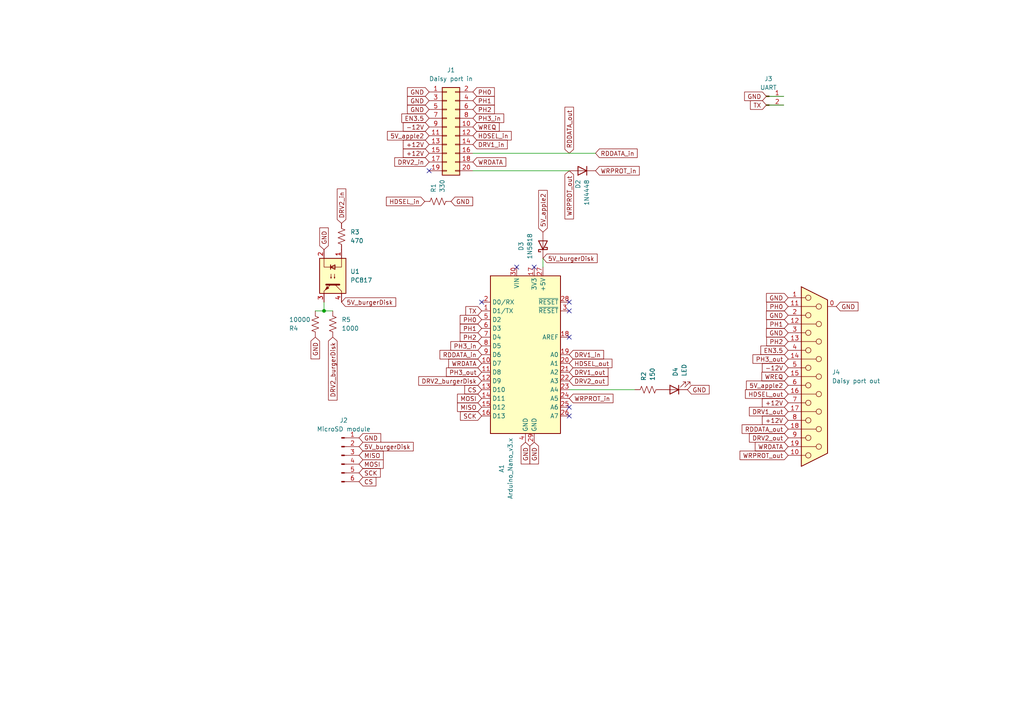
<source format=kicad_sch>
(kicad_sch (version 20250114) (generator "eeschema") (generator_version "9.0")
  (paper "A4")
  (title_block (title "BurgerDisk PCB - Angled DB19 version") (date "2026-01-28") (rev "v2") (company "Colin Leroy-Mira") (comment 1 "License: CC BY-SA"))
  (lib_symbols
    (symbol "Connector:Conn_01x02_Pin" (pin_names (offset 1.016) (hide yes))
      (property "Reference" "J" (at 0 2.54 0))
      (property "Value" "Conn_01x02_Pin" (at 0 -5.08 0))
      (symbol "Conn_01x02_Pin_1_1"
        (rectangle (start 0.8636 0.127) (end 0 -0.127) (stroke (width 0.1524)) (fill (type outline)))
        (rectangle (start 0.8636 -2.413) (end 0 -2.667) (stroke (width 0.1524)) (fill (type outline)))
        (polyline (pts (xy 1.27 0) (xy 0.8636 0)) (stroke (width 0.1524)))
        (polyline (pts (xy 1.27 -2.54) (xy 0.8636 -2.54)) (stroke (width 0.1524)))
        (pin passive line (at 5.08 0 180) (length 3.81) (name "Pin_1") (number "1"))
        (pin passive line (at 5.08 -2.54 180) (length 3.81) (name "Pin_2") (number "2"))
      )
    )
    (symbol "Connector:Conn_01x06_Pin" (pin_names (offset 1.016) (hide yes))
      (property "Reference" "J" (at 0 7.62 0))
      (property "Value" "Conn_01x06_Pin" (at 0 -10.16 0))
      (symbol "Conn_01x06_Pin_1_1"
        (rectangle (start 0.8636 5.207) (end 0 4.953) (stroke (width 0.1524)) (fill (type outline)))
        (rectangle (start 0.8636 2.667) (end 0 2.413) (stroke (width 0.1524)) (fill (type outline)))
        (rectangle (start 0.8636 0.127) (end 0 -0.127) (stroke (width 0.1524)) (fill (type outline)))
        (rectangle (start 0.8636 -2.413) (end 0 -2.667) (stroke (width 0.1524)) (fill (type outline)))
        (rectangle (start 0.8636 -4.953) (end 0 -5.207) (stroke (width 0.1524)) (fill (type outline)))
        (rectangle (start 0.8636 -7.493) (end 0 -7.747) (stroke (width 0.1524)) (fill (type outline)))
        (polyline (pts (xy 1.27 5.08) (xy 0.8636 5.08)) (stroke (width 0.1524)))
        (polyline (pts (xy 1.27 2.54) (xy 0.8636 2.54)) (stroke (width 0.1524)))
        (polyline (pts (xy 1.27 0) (xy 0.8636 0)) (stroke (width 0.1524)))
        (polyline (pts (xy 1.27 -2.54) (xy 0.8636 -2.54)) (stroke (width 0.1524)))
        (polyline (pts (xy 1.27 -5.08) (xy 0.8636 -5.08)) (stroke (width 0.1524)))
        (polyline (pts (xy 1.27 -7.62) (xy 0.8636 -7.62)) (stroke (width 0.1524)))
        (pin passive line (at 5.08 5.08 180) (length 3.81) (name "Pin_1") (number "1"))
        (pin passive line (at 5.08 2.54 180) (length 3.81) (name "Pin_2") (number "2"))
        (pin passive line (at 5.08 0 180) (length 3.81) (name "Pin_3") (number "3"))
        (pin passive line (at 5.08 -2.54 180) (length 3.81) (name "Pin_4") (number "4"))
        (pin passive line (at 5.08 -5.08 180) (length 3.81) (name "Pin_5") (number "5"))
        (pin passive line (at 5.08 -7.62 180) (length 3.81) (name "Pin_6") (number "6"))
      )
    )
    (symbol "Connector_Generic:Conn_02x10_Odd_Even" (pin_names (offset 1.016) (hide yes))
      (property "Reference" "J" (at 1.27 12.7 0))
      (property "Value" "Conn_02x10_Odd_Even" (at 1.27 -15.24 0))
      (symbol "Conn_02x10_Odd_Even_1_1"
        (rectangle (start -1.27 11.43) (end 3.81 -13.97) (stroke (width 0.254)) (fill (type background)))
        (rectangle (start -1.27 10.287) (end 0 10.033) (stroke (width 0.1524)))
        (rectangle (start -1.27 7.747) (end 0 7.493) (stroke (width 0.1524)))
        (rectangle (start -1.27 5.207) (end 0 4.953) (stroke (width 0.1524)))
        (rectangle (start -1.27 2.667) (end 0 2.413) (stroke (width 0.1524)))
        (rectangle (start -1.27 0.127) (end 0 -0.127) (stroke (width 0.1524)))
        (rectangle (start -1.27 -2.413) (end 0 -2.667) (stroke (width 0.1524)))
        (rectangle (start -1.27 -4.953) (end 0 -5.207) (stroke (width 0.1524)))
        (rectangle (start -1.27 -7.493) (end 0 -7.747) (stroke (width 0.1524)))
        (rectangle (start -1.27 -10.033) (end 0 -10.287) (stroke (width 0.1524)))
        (rectangle (start -1.27 -12.573) (end 0 -12.827) (stroke (width 0.1524)))
        (rectangle (start 3.81 10.287) (end 2.54 10.033) (stroke (width 0.1524)))
        (rectangle (start 3.81 7.747) (end 2.54 7.493) (stroke (width 0.1524)))
        (rectangle (start 3.81 5.207) (end 2.54 4.953) (stroke (width 0.1524)))
        (rectangle (start 3.81 2.667) (end 2.54 2.413) (stroke (width 0.1524)))
        (rectangle (start 3.81 0.127) (end 2.54 -0.127) (stroke (width 0.1524)))
        (rectangle (start 3.81 -2.413) (end 2.54 -2.667) (stroke (width 0.1524)))
        (rectangle (start 3.81 -4.953) (end 2.54 -5.207) (stroke (width 0.1524)))
        (rectangle (start 3.81 -7.493) (end 2.54 -7.747) (stroke (width 0.1524)))
        (rectangle (start 3.81 -10.033) (end 2.54 -10.287) (stroke (width 0.1524)))
        (rectangle (start 3.81 -12.573) (end 2.54 -12.827) (stroke (width 0.1524)))
        (pin passive line (at -5.08 10.16 0) (length 3.81) (name "Pin_1") (number "1"))
        (pin passive line (at -5.08 7.62 0) (length 3.81) (name "Pin_3") (number "3"))
        (pin passive line (at -5.08 5.08 0) (length 3.81) (name "Pin_5") (number "5"))
        (pin passive line (at -5.08 2.54 0) (length 3.81) (name "Pin_7") (number "7"))
        (pin passive line (at -5.08 0 0) (length 3.81) (name "Pin_9") (number "9"))
        (pin passive line (at -5.08 -2.54 0) (length 3.81) (name "Pin_11") (number "11"))
        (pin passive line (at -5.08 -5.08 0) (length 3.81) (name "Pin_13") (number "13"))
        (pin passive line (at -5.08 -7.62 0) (length 3.81) (name "Pin_15") (number "15"))
        (pin passive line (at -5.08 -10.16 0) (length 3.81) (name "Pin_17") (number "17"))
        (pin passive line (at -5.08 -12.7 0) (length 3.81) (name "Pin_19") (number "19"))
        (pin passive line (at 7.62 10.16 180) (length 3.81) (name "Pin_2") (number "2"))
        (pin passive line (at 7.62 7.62 180) (length 3.81) (name "Pin_4") (number "4"))
        (pin passive line (at 7.62 5.08 180) (length 3.81) (name "Pin_6") (number "6"))
        (pin passive line (at 7.62 2.54 180) (length 3.81) (name "Pin_8") (number "8"))
        (pin passive line (at 7.62 0 180) (length 3.81) (name "Pin_10") (number "10"))
        (pin passive line (at 7.62 -2.54 180) (length 3.81) (name "Pin_12") (number "12"))
        (pin passive line (at 7.62 -5.08 180) (length 3.81) (name "Pin_14") (number "14"))
        (pin passive line (at 7.62 -7.62 180) (length 3.81) (name "Pin_16") (number "16"))
        (pin passive line (at 7.62 -10.16 180) (length 3.81) (name "Pin_18") (number "18"))
        (pin passive line (at 7.62 -12.7 180) (length 3.81) (name "Pin_20") (number "20"))
      )
    )
    (symbol "Device:LED" (pin_numbers (hide yes)) (pin_names (offset 1.016) (hide yes))
      (property "Reference" "D" (at 0 2.54 0))
      (property "Value" "LED" (at 0 -2.54 0))
      (symbol "LED_0_1"
        (polyline (pts (xy -3.048 -0.762) (xy -4.572 -2.286) (xy -3.81 -2.286) (xy -4.572 -2.286) (xy -4.572 -1.524)))
        (polyline (pts (xy -1.778 -0.762) (xy -3.302 -2.286) (xy -2.54 -2.286) (xy -3.302 -2.286) (xy -3.302 -1.524)))
        (polyline (pts (xy -1.27 0) (xy 1.27 0)))
        (polyline (pts (xy -1.27 -1.27) (xy -1.27 1.27)) (stroke (width 0.254)))
        (polyline (pts (xy 1.27 -1.27) (xy 1.27 1.27) (xy -1.27 0) (xy 1.27 -1.27)) (stroke (width 0.254)))
      )
      (symbol "LED_1_1"
        (pin passive line (at -3.81 0 0) (length 2.54) (name "K") (number "1"))
        (pin passive line (at 3.81 0 180) (length 2.54) (name "A") (number "2"))
      )
    )
    (symbol "Device:R_US" (pin_numbers (hide yes)) (pin_names (offset 0))
      (property "Reference" "R" (at 2.54 0 90))
      (property "Value" "R_US" (at -2.54 0 90))
      (symbol "R_US_0_1"
        (polyline (pts (xy 0 2.286) (xy 0 2.54)))
        (polyline (pts (xy 0 2.286) (xy 1.016 1.905) (xy 0 1.524) (xy -1.016 1.143) (xy 0 0.762)))
        (polyline (pts (xy 0 0.762) (xy 1.016 0.381) (xy 0 0) (xy -1.016 -0.381) (xy 0 -0.762)))
        (polyline (pts (xy 0 -0.762) (xy 1.016 -1.143) (xy 0 -1.524) (xy -1.016 -1.905) (xy 0 -2.286)))
        (polyline (pts (xy 0 -2.286) (xy 0 -2.54)))
      )
      (symbol "R_US_1_1"
        (pin passive line (at 0 3.81 270) (length 1.27) (name "~") (number "1"))
        (pin passive line (at 0 -3.81 90) (length 1.27) (name "~") (number "2"))
      )
    )
    (symbol "Diode:1N4448" (pin_numbers (hide yes)) (pin_names (hide yes))
      (property "Reference" "D" (at 0 2.54 0))
      (property "Value" "1N4448" (at 0 -2.54 0))
      (symbol "1N4448_0_1"
        (polyline (pts (xy -1.27 1.27) (xy -1.27 -1.27)) (stroke (width 0.254)))
        (polyline (pts (xy 1.27 1.27) (xy 1.27 -1.27) (xy -1.27 0) (xy 1.27 1.27)) (stroke (width 0.254)))
        (polyline (pts (xy 1.27 0) (xy -1.27 0)))
      )
      (symbol "1N4448_1_1"
        (pin passive line (at -3.81 0 0) (length 2.54) (name "K") (number "1"))
        (pin passive line (at 3.81 0 180) (length 2.54) (name "A") (number "2"))
      )
    )
    (symbol "Diode:1N5818" (pin_numbers (hide yes)) (pin_names (offset 1.016) (hide yes))
      (property "Reference" "D" (at 0 2.54 0))
      (property "Value" "1N5818" (at 0 -2.54 0))
      (symbol "1N5818_0_1"
        (polyline (pts (xy -1.905 0.635) (xy -1.905 1.27) (xy -1.27 1.27) (xy -1.27 -1.27) (xy -0.635 -1.27) (xy -0.635 -0.635)) (stroke (width 0.254)))
        (polyline (pts (xy 1.27 1.27) (xy 1.27 -1.27) (xy -1.27 0) (xy 1.27 1.27)) (stroke (width 0.254)))
        (polyline (pts (xy 1.27 0) (xy -1.27 0)))
      )
      (symbol "1N5818_1_1"
        (pin passive line (at -3.81 0 0) (length 2.54) (name "K") (number "1"))
        (pin passive line (at 3.81 0 180) (length 2.54) (name "A") (number "2"))
      )
    )
    (symbol "Isolator:PC817" (pin_names (offset 1.016))
      (property "Reference" "U" (at -5.08 5.08 0))
      (property "Value" "PC817" (at 0 5.08 0))
      (symbol "PC817_0_1"
        (rectangle (start -5.08 3.81) (end 5.08 -3.81) (stroke (width 0.254)) (fill (type background)))
        (polyline (pts (xy -5.08 2.54) (xy -2.54 2.54) (xy -2.54 -0.635)))
        (polyline (pts (xy -3.175 -0.635) (xy -1.905 -0.635)) (stroke (width 0.254)))
        (polyline (pts (xy -2.54 -0.635) (xy -2.54 -2.54) (xy -5.08 -2.54)))
        (polyline (pts (xy -2.54 -0.635) (xy -3.175 0.635) (xy -1.905 0.635) (xy -2.54 -0.635)) (stroke (width 0.254)))
        (polyline (pts (xy -0.508 0.508) (xy 0.762 0.508) (xy 0.381 0.381) (xy 0.381 0.635) (xy 0.762 0.508)))
        (polyline (pts (xy -0.508 -0.508) (xy 0.762 -0.508) (xy 0.381 -0.635) (xy 0.381 -0.381) (xy 0.762 -0.508)))
        (polyline (pts (xy 2.54 1.905) (xy 2.54 -1.905) (xy 2.54 -1.905)) (stroke (width 0.508)))
        (polyline (pts (xy 2.54 0.635) (xy 4.445 2.54)))
        (polyline (pts (xy 3.048 -1.651) (xy 3.556 -1.143) (xy 4.064 -2.159) (xy 3.048 -1.651) (xy 3.048 -1.651)) (fill (type outline)))
        (polyline (pts (xy 4.445 2.54) (xy 5.08 2.54)))
        (polyline (pts (xy 4.445 -2.54) (xy 2.54 -0.635)) (fill (type outline)))
        (polyline (pts (xy 4.445 -2.54) (xy 5.08 -2.54)))
      )
      (symbol "PC817_1_1"
        (pin passive line (at -7.62 2.54 0) (length 2.54) (name "~") (number "1"))
        (pin passive line (at -7.62 -2.54 0) (length 2.54) (name "~") (number "2"))
        (pin passive line (at 7.62 2.54 180) (length 2.54) (name "~") (number "4"))
        (pin passive line (at 7.62 -2.54 180) (length 2.54) (name "~") (number "3"))
      )
    )
    (symbol "MCU_Module:Arduino_Nano_v3.x"
      (property "Reference" "A" (at -10.16 23.495 0))
      (property "Value" "Arduino_Nano_v3.x" (at 5.08 -24.13 0))
      (symbol "Arduino_Nano_v3.x_0_1"
        (rectangle (start -10.16 22.86) (end 10.16 -22.86) (stroke (width 0.254)) (fill (type background)))
      )
      (symbol "Arduino_Nano_v3.x_1_1"
        (pin bidirectional line (at -12.7 15.24 0) (length 2.54) (name "D0/RX") (number "2"))
        (pin bidirectional line (at -12.7 12.7 0) (length 2.54) (name "D1/TX") (number "1"))
        (pin bidirectional line (at -12.7 10.16 0) (length 2.54) (name "D2") (number "5"))
        (pin bidirectional line (at -12.7 7.62 0) (length 2.54) (name "D3") (number "6"))
        (pin bidirectional line (at -12.7 5.08 0) (length 2.54) (name "D4") (number "7"))
        (pin bidirectional line (at -12.7 2.54 0) (length 2.54) (name "D5") (number "8"))
        (pin bidirectional line (at -12.7 0 0) (length 2.54) (name "D6") (number "9"))
        (pin bidirectional line (at -12.7 -2.54 0) (length 2.54) (name "D7") (number "10"))
        (pin bidirectional line (at -12.7 -5.08 0) (length 2.54) (name "D8") (number "11"))
        (pin bidirectional line (at -12.7 -7.62 0) (length 2.54) (name "D9") (number "12"))
        (pin bidirectional line (at -12.7 -10.16 0) (length 2.54) (name "D10") (number "13"))
        (pin bidirectional line (at -12.7 -12.7 0) (length 2.54) (name "D11") (number "14"))
        (pin bidirectional line (at -12.7 -15.24 0) (length 2.54) (name "D12") (number "15"))
        (pin bidirectional line (at -12.7 -17.78 0) (length 2.54) (name "D13") (number "16"))
        (pin power_in line (at -2.54 25.4 270) (length 2.54) (name "VIN") (number "30"))
        (pin power_in line (at 0 -25.4 90) (length 2.54) (name "GND") (number "4"))
        (pin power_out line (at 2.54 25.4 270) (length 2.54) (name "3V3") (number "17"))
        (pin power_in line (at 2.54 -25.4 90) (length 2.54) (name "GND") (number "29"))
        (pin power_out line (at 5.08 25.4 270) (length 2.54) (name "+5V") (number "27"))
        (pin input line (at 12.7 15.24 180) (length 2.54) (name "~{RESET}") (number "28"))
        (pin input line (at 12.7 12.7 180) (length 2.54) (name "~{RESET}") (number "3"))
        (pin input line (at 12.7 5.08 180) (length 2.54) (name "AREF") (number "18"))
        (pin bidirectional line (at 12.7 0 180) (length 2.54) (name "A0") (number "19"))
        (pin bidirectional line (at 12.7 -2.54 180) (length 2.54) (name "A1") (number "20"))
        (pin bidirectional line (at 12.7 -5.08 180) (length 2.54) (name "A2") (number "21"))
        (pin bidirectional line (at 12.7 -7.62 180) (length 2.54) (name "A3") (number "22"))
        (pin bidirectional line (at 12.7 -10.16 180) (length 2.54) (name "A4") (number "23"))
        (pin bidirectional line (at 12.7 -12.7 180) (length 2.54) (name "A5") (number "24"))
        (pin bidirectional line (at 12.7 -15.24 180) (length 2.54) (name "A6") (number "25"))
        (pin bidirectional line (at 12.7 -17.78 180) (length 2.54) (name "A7") (number "26"))
      )
    )
    (symbol "db19:DB19_Female" (pin_names (offset 1.016) (hide yes))
      (property "Reference" "J4" (at 5.08 1.27 0))
      (property "Value" "Daisy port out" (at 5.08 -1.27 0))
      (symbol "DB19_Female_0_1"
        (polyline (pts (xy -3.81 26.035) (xy 3.81 22.225) (xy 3.81 -22.225) (xy -3.81 -26.035) (xy -3.81 26.035)) (stroke (width 0.254)) (fill (type background)))
        (polyline (pts (xy -3.81 22.86) (xy -2.54 22.86)))
        (polyline (pts (xy -3.81 20.32) (xy 0.508 20.32)))
        (polyline (pts (xy -3.81 17.78) (xy -2.54 17.78)))
        (polyline (pts (xy -3.81 15.24) (xy 0.508 15.24)))
        (polyline (pts (xy -3.81 12.7) (xy -2.54 12.7)))
        (polyline (pts (xy -3.81 10.16) (xy 0.508 10.16)))
        (polyline (pts (xy -3.81 7.62) (xy -2.54 7.62)))
        (polyline (pts (xy -3.81 5.08) (xy 0.508 5.08)))
        (polyline (pts (xy -3.81 2.54) (xy -2.54 2.54)))
        (polyline (pts (xy -3.81 0) (xy 0.508 0)))
        (polyline (pts (xy -3.81 -2.54) (xy -2.54 -2.54)))
        (polyline (pts (xy -3.81 -5.08) (xy 0.508 -5.08)))
        (polyline (pts (xy -3.81 -7.62) (xy -2.54 -7.62)))
        (polyline (pts (xy -3.81 -10.16) (xy 0.508 -10.16)))
        (polyline (pts (xy -3.81 -12.7) (xy -2.54 -12.7)))
        (polyline (pts (xy -3.81 -15.24) (xy 0.508 -15.24)))
        (polyline (pts (xy -3.81 -17.78) (xy -2.54 -17.78)))
        (polyline (pts (xy -3.81 -20.32) (xy 0.508 -20.32)))
        (polyline (pts (xy -3.81 -22.86) (xy -2.54 -22.86)))
        (circle (center -1.778 22.86) (radius 0.762))
        (circle (center -1.778 17.78) (radius 0.762))
        (circle (center -1.778 12.7) (radius 0.762))
        (circle (center -1.778 7.62) (radius 0.762))
        (circle (center -1.778 2.54) (radius 0.762))
        (circle (center -1.778 -2.54) (radius 0.762))
        (circle (center -1.778 -7.62) (radius 0.762))
        (circle (center -1.778 -12.7) (radius 0.762))
        (circle (center -1.778 -17.78) (radius 0.762))
        (circle (center -1.778 -22.86) (radius 0.762))
        (circle (center 1.27 20.32) (radius 0.762))
        (circle (center 1.27 15.24) (radius 0.762))
        (circle (center 1.27 10.16) (radius 0.762))
        (circle (center 1.27 5.08) (radius 0.762))
        (circle (center 1.27 0) (radius 0.762))
        (circle (center 1.27 -5.08) (radius 0.762))
        (circle (center 1.27 -10.16) (radius 0.762))
        (circle (center 1.27 -15.24) (radius 0.762))
        (circle (center 1.27 -20.32) (radius 0.762))
      )
      (symbol "DB19_Female_1_1"
        (pin passive line (at -7.62 22.86 0) (length 3.81) (name "1") (number "1"))
        (pin passive line (at -7.62 20.32 0) (length 3.81) (name "P11") (number "11"))
        (pin passive line (at -7.62 17.78 0) (length 3.81) (name "2") (number "2"))
        (pin passive line (at -7.62 15.24 0) (length 3.81) (name "P12") (number "12"))
        (pin passive line (at -7.62 12.7 0) (length 3.81) (name "3") (number "3"))
        (pin passive line (at -7.62 10.16 0) (length 3.81) (name "P13") (number "13"))
        (pin passive line (at -7.62 7.62 0) (length 3.81) (name "4") (number "4"))
        (pin passive line (at -7.62 5.08 0) (length 3.81) (name "P14") (number "14"))
        (pin passive line (at -7.62 2.54 0) (length 3.81) (name "5") (number "5"))
        (pin passive line (at -7.62 0 0) (length 3.81) (name "P15") (number "15"))
        (pin passive line (at -7.62 -2.54 0) (length 3.81) (name "6") (number "6"))
        (pin passive line (at -7.62 -5.08 0) (length 3.81) (name "P16") (number "16"))
        (pin passive line (at -7.62 -7.62 0) (length 3.81) (name "7") (number "7"))
        (pin passive line (at -7.62 -10.16 0) (length 3.81) (name "P17") (number "17"))
        (pin passive line (at -7.62 -12.7 0) (length 3.81) (name "8") (number "8"))
        (pin passive line (at -7.62 -15.24 0) (length 3.81) (name "P18") (number "18"))
        (pin passive line (at -7.62 -17.78 0) (length 3.81) (name "9") (number "9"))
        (pin passive line (at -7.62 -20.32 0) (length 3.81) (name "P19") (number "19"))
        (pin passive line (at -7.62 -22.86 0) (length 3.81) (name "10") (number "10"))
        (pin input line (at 6.35 20.32 180) (length 2.54) (name "0") (number "0"))
      )
    )
  )
  (junction (at 93.98 90.17))
  (no_connect (at 165.1 90.17))
  (no_connect (at 154.94 77.47))
  (no_connect (at 165.1 120.65))
  (no_connect (at 165.1 87.63))
  (no_connect (at 165.1 97.79))
  (no_connect (at 139.7 87.63))
  (no_connect (at 165.1 118.11))
  (no_connect (at 149.86 77.47))
  (no_connect (at 124.46 49.53))
  (wire (pts (xy 184.15 113.03) (xy 165.1 113.03)))
  (wire (pts (xy 91.44 90.17) (xy 93.98 90.17)))
  (wire (pts (xy 165.1 49.53) (xy 137.16 49.53)))
  (wire (pts (xy 93.98 87.63) (xy 93.98 90.17)))
  (wire (pts (xy 93.98 90.17) (xy 96.52 90.17)))
  (wire (pts (xy 137.16 44.45) (xy 172.72 44.45)))
  (wire (pts (xy 222.25 30.48) (xy 227.33 30.48)))
  (wire (pts (xy 157.48 74.93) (xy 157.48 77.47)))
  (wire (pts (xy 222.25 27.94) (xy 227.33 27.94)))
  (global_label "PH2" (shape input) (at 137.16 31.75 0) (property "Intersheetrefs" "${INTERSHEET_REFS}" (effects (hide yes))))
  (global_label "+12V" (shape input) (at 228.6 121.92 180) (property "Intersheetrefs" "${INTERSHEET_REFS}" (effects (hide yes))))
  (global_label "PH1" (shape input) (at 139.7 95.25 180) (property "Intersheetrefs" "${INTERSHEET_REFS}" (effects (hide yes))))
  (global_label "5V_burgerDisk" (shape input) (at 99.06 87.63 0) (property "Intersheetrefs" "${INTERSHEET_REFS}" (effects (hide yes))))
  (global_label "WRDATA" (shape input) (at 228.6 129.54 180) (property "Intersheetrefs" "${INTERSHEET_REFS}" (effects (hide yes))))
  (global_label "WRDATA" (shape input) (at 139.7 105.41 180) (property "Intersheetrefs" "${INTERSHEET_REFS}" (effects (hide yes))))
  (global_label "GND" (shape input) (at 124.46 29.21 180) (property "Intersheetrefs" "${INTERSHEET_REFS}" (effects (hide yes))))
  (global_label "GND" (shape input) (at 124.46 31.75 180) (property "Intersheetrefs" "${INTERSHEET_REFS}" (effects (hide yes))))
  (global_label "PH0" (shape input) (at 139.7 92.71 180) (property "Intersheetrefs" "${INTERSHEET_REFS}" (effects (hide yes))))
  (global_label "GND" (shape input) (at 152.4 128.27 270) (property "Intersheetrefs" "${INTERSHEET_REFS}" (effects (hide yes))))
  (global_label "-12V" (shape input) (at 228.6 106.68 180) (property "Intersheetrefs" "${INTERSHEET_REFS}" (effects (hide yes))))
  (global_label "DRV2_out" (shape input) (at 228.6 127 180) (property "Intersheetrefs" "${INTERSHEET_REFS}" (effects (hide yes))))
  (global_label "GND" (shape input) (at 228.6 96.52 180) (property "Intersheetrefs" "${INTERSHEET_REFS}" (effects (hide yes))))
  (global_label "WRPROT_in" (shape input) (at 172.72 49.53 0) (property "Intersheetrefs" "${INTERSHEET_REFS}" (effects (hide yes))))
  (global_label "DRV2_burgerDisk" (shape input) (at 96.52 97.79 270) (property "Intersheetrefs" "${INTERSHEET_REFS}" (effects (hide yes))))
  (global_label "GND" (shape input) (at 199.39 113.03 0) (property "Intersheetrefs" "${INTERSHEET_REFS}" (effects (hide yes))))
  (global_label "PH3_out" (shape input) (at 139.7 107.95 180) (property "Intersheetrefs" "${INTERSHEET_REFS}" (effects (hide yes))))
  (global_label "RDDATA_out" (shape input) (at 165.1 44.45 90) (property "Intersheetrefs" "${INTERSHEET_REFS}" (effects (hide yes))))
  (global_label "HDSEL_in" (shape input) (at 137.16 39.37 0) (property "Intersheetrefs" "${INTERSHEET_REFS}" (effects (hide yes))))
  (global_label "TX" (shape input) (at 139.7 90.17 180) (property "Intersheetrefs" "${INTERSHEET_REFS}" (effects (hide yes))))
  (global_label "GND" (shape input) (at 154.94 128.27 270) (property "Intersheetrefs" "${INTERSHEET_REFS}" (effects (hide yes))))
  (global_label "PH1" (shape input) (at 137.16 29.21 0) (property "Intersheetrefs" "${INTERSHEET_REFS}" (effects (hide yes))))
  (global_label "RDDATA_in" (shape input) (at 172.72 44.45 0) (property "Intersheetrefs" "${INTERSHEET_REFS}" (effects (hide yes))))
  (global_label "GND" (shape input) (at 130.81 58.42 0) (property "Intersheetrefs" "${INTERSHEET_REFS}" (effects (hide yes))))
  (global_label "HDSEL_out" (shape input) (at 228.6 114.3 180) (property "Intersheetrefs" "${INTERSHEET_REFS}" (effects (hide yes))))
  (global_label "PH0" (shape input) (at 137.16 26.67 0) (property "Intersheetrefs" "${INTERSHEET_REFS}" (effects (hide yes))))
  (global_label "5V_burgerDisk" (shape input) (at 157.48 74.93 0) (property "Intersheetrefs" "${INTERSHEET_REFS}" (effects (hide yes))))
  (global_label "PH2" (shape input) (at 139.7 97.79 180) (property "Intersheetrefs" "${INTERSHEET_REFS}" (effects (hide yes))))
  (global_label "DRV1_out" (shape input) (at 165.1 107.95 0) (property "Intersheetrefs" "${INTERSHEET_REFS}" (effects (hide yes))))
  (global_label "RDDATA_in" (shape input) (at 139.7 102.87 180) (property "Intersheetrefs" "${INTERSHEET_REFS}" (effects (hide yes))))
  (global_label "PH0" (shape input) (at 228.6 88.9 180) (property "Intersheetrefs" "${INTERSHEET_REFS}" (effects (hide yes))))
  (global_label "GND" (shape input) (at 91.44 97.79 270) (property "Intersheetrefs" "${INTERSHEET_REFS}" (effects (hide yes))))
  (global_label "DRV2_in" (shape input) (at 124.46 46.99 180) (property "Intersheetrefs" "${INTERSHEET_REFS}" (effects (hide yes))))
  (global_label "DRV1_in" (shape input) (at 137.16 41.91 0) (property "Intersheetrefs" "${INTERSHEET_REFS}" (effects (hide yes))))
  (global_label "HDSEL_out" (shape input) (at 165.1 105.41 0) (property "Intersheetrefs" "${INTERSHEET_REFS}" (effects (hide yes))))
  (global_label "DRV2_out" (shape input) (at 165.1 110.49 0) (property "Intersheetrefs" "${INTERSHEET_REFS}" (effects (hide yes))))
  (global_label "RDDATA_out" (shape input) (at 228.6 124.46 180) (property "Intersheetrefs" "${INTERSHEET_REFS}" (effects (hide yes))))
  (global_label "GND" (shape input) (at 124.46 26.67 180) (property "Intersheetrefs" "${INTERSHEET_REFS}" (effects (hide yes))))
  (global_label "DRV2_burgerDisk" (shape input) (at 139.7 110.49 180) (property "Intersheetrefs" "${INTERSHEET_REFS}" (effects (hide yes))))
  (global_label "5V_burgerDisk" (shape input) (at 104.14 129.54 0) (property "Intersheetrefs" "${INTERSHEET_REFS}" (effects (hide yes))))
  (global_label "HDSEL_in" (shape input) (at 123.19 58.42 180) (property "Intersheetrefs" "${INTERSHEET_REFS}" (effects (hide yes))))
  (global_label "PH3_in" (shape input) (at 139.7 100.33 180) (property "Intersheetrefs" "${INTERSHEET_REFS}" (effects (hide yes))))
  (global_label "GND" (shape input) (at 228.6 86.36 180) (property "Intersheetrefs" "${INTERSHEET_REFS}" (effects (hide yes))))
  (global_label "5V_apple2" (shape input) (at 228.6 111.76 180) (property "Intersheetrefs" "${INTERSHEET_REFS}" (effects (hide yes))))
  (global_label "SCK" (shape input) (at 104.14 137.16 0) (property "Intersheetrefs" "${INTERSHEET_REFS}" (effects (hide yes))))
  (global_label "TX" (shape input) (at 222.25 30.48 180) (property "Intersheetrefs" "${INTERSHEET_REFS}" (effects (hide yes))))
  (global_label "GND" (shape input) (at 228.6 91.44 180) (property "Intersheetrefs" "${INTERSHEET_REFS}" (effects (hide yes))))
  (global_label "-12V" (shape input) (at 124.46 36.83 180) (property "Intersheetrefs" "${INTERSHEET_REFS}" (effects (hide yes))))
  (global_label "MISO" (shape input) (at 139.7 118.11 180) (property "Intersheetrefs" "${INTERSHEET_REFS}" (effects (hide yes))))
  (global_label "WRDATA" (shape input) (at 137.16 46.99 0) (property "Intersheetrefs" "${INTERSHEET_REFS}" (effects (hide yes))))
  (global_label "PH3_in" (shape input) (at 137.16 34.29 0) (property "Intersheetrefs" "${INTERSHEET_REFS}" (effects (hide yes))))
  (global_label "WRPROT_out" (shape input) (at 165.1 49.53 270) (property "Intersheetrefs" "${INTERSHEET_REFS}" (effects (hide yes))))
  (global_label "+12V" (shape input) (at 124.46 44.45 180) (property "Intersheetrefs" "${INTERSHEET_REFS}" (effects (hide yes))))
  (global_label "DRV1_in" (shape input) (at 165.1 102.87 0) (property "Intersheetrefs" "${INTERSHEET_REFS}" (effects (hide yes))))
  (global_label "WREQ" (shape input) (at 228.6 109.22 180) (property "Intersheetrefs" "${INTERSHEET_REFS}" (effects (hide yes))))
  (global_label "DRV1_out" (shape input) (at 228.6 119.38 180) (property "Intersheetrefs" "${INTERSHEET_REFS}" (effects (hide yes))))
  (global_label "PH2" (shape input) (at 228.6 99.06 180) (property "Intersheetrefs" "${INTERSHEET_REFS}" (effects (hide yes))))
  (global_label "PH1" (shape input) (at 228.6 93.98 180) (property "Intersheetrefs" "${INTERSHEET_REFS}" (effects (hide yes))))
  (global_label "EN3.5" (shape input) (at 228.6 101.6 180) (property "Intersheetrefs" "${INTERSHEET_REFS}" (effects (hide yes))))
  (global_label "5V_apple2" (shape input) (at 157.48 67.31 90) (property "Intersheetrefs" "${INTERSHEET_REFS}" (effects (hide yes))))
  (global_label "CS" (shape input) (at 104.14 139.7 0) (property "Intersheetrefs" "${INTERSHEET_REFS}" (effects (hide yes))))
  (global_label "PH3_out" (shape input) (at 228.6 104.14 180) (property "Intersheetrefs" "${INTERSHEET_REFS}" (effects (hide yes))))
  (global_label "MISO" (shape input) (at 104.14 132.08 0) (property "Intersheetrefs" "${INTERSHEET_REFS}" (effects (hide yes))))
  (global_label "5V_apple2" (shape input) (at 124.46 39.37 180) (property "Intersheetrefs" "${INTERSHEET_REFS}" (effects (hide yes))))
  (global_label "GND" (shape input) (at 93.98 72.39 90) (property "Intersheetrefs" "${INTERSHEET_REFS}" (effects (hide yes))))
  (global_label "+12V" (shape input) (at 228.6 116.84 180) (property "Intersheetrefs" "${INTERSHEET_REFS}" (effects (hide yes))))
  (global_label "MOSI" (shape input) (at 139.7 115.57 180) (property "Intersheetrefs" "${INTERSHEET_REFS}" (effects (hide yes))))
  (global_label "GND" (shape input) (at 104.14 127 0) (property "Intersheetrefs" "${INTERSHEET_REFS}" (effects (hide yes))))
  (global_label "WRPROT_in" (shape input) (at 165.1 115.57 0) (property "Intersheetrefs" "${INTERSHEET_REFS}" (effects (hide yes))))
  (global_label "MOSI" (shape input) (at 104.14 134.62 0) (property "Intersheetrefs" "${INTERSHEET_REFS}" (effects (hide yes))))
  (global_label "WREQ" (shape input) (at 137.16 36.83 0) (property "Intersheetrefs" "${INTERSHEET_REFS}" (effects (hide yes))))
  (global_label "GND" (shape input) (at 242.57 88.9 0) (property "Intersheetrefs" "${INTERSHEET_REFS}" (effects (hide yes))))
  (global_label "EN3.5" (shape input) (at 124.46 34.29 180) (property "Intersheetrefs" "${INTERSHEET_REFS}" (effects (hide yes))))
  (global_label "CS" (shape input) (at 139.7 113.03 180) (property "Intersheetrefs" "${INTERSHEET_REFS}" (effects (hide yes))))
  (global_label "WRPROT_out" (shape input) (at 228.6 132.08 180) (property "Intersheetrefs" "${INTERSHEET_REFS}" (effects (hide yes))))
  (global_label "SCK" (shape input) (at 139.7 120.65 180) (property "Intersheetrefs" "${INTERSHEET_REFS}" (effects (hide yes))))
  (global_label "DRV2_in" (shape input) (at 99.06 64.77 90) (property "Intersheetrefs" "${INTERSHEET_REFS}" (effects (hide yes))))
  (global_label "+12V" (shape input) (at 124.46 41.91 180) (property "Intersheetrefs" "${INTERSHEET_REFS}" (effects (hide yes))))
  (global_label "GND" (shape input) (at 222.25 27.94 180) (property "Intersheetrefs" "${INTERSHEET_REFS}" (effects (hide yes))))
  (symbol (lib_id "Connector:Conn_01x02_Pin") (at 222.25 27.94 0) (unit 1)
    (property "Reference" "J3" (at 222.885 22.86 0))
    (property "Value" "UART" (at 222.885 25.4 0))
    (property "Footprint" "Connector_PinHeader_2.54mm:PinHeader_1x02_P2.54mm_Vertical" (effects (hide yes)))
    (property "LCSC" "C32713268" (effects (hide yes)))
  )
  (symbol (lib_id "db19:DB19_Female") (at 236.22 109.22 0) (unit 1)
    (property "Reference" "J4" (at 241.3 107.95 0) (effects (justify left)))
    (property "Value" "Daisy port out" (at 241.3 110.49 0) (effects (justify left)))
    (property "Footprint" "DSUB-19-angled:DSUB-19_Female_Horizontal_MXS82009-8251-9246" (effects (hide yes)))
  )
  (symbol (lib_id "Diode:1N4448") (at 168.91 49.53 180) (unit 1)
    (property "Reference" "D2" (at 167.64 52.07 90) (effects (justify left)))
    (property "Value" "1N4448" (at 170.18 52.07 90) (effects (justify left)))
    (property "Footprint" "Diode_THT:D_DO-35_SOD27_P7.62mm_Horizontal" (effects (hide yes)))
    (property "Datasheet" "https://assets.nexperia.com/documents/data-sheet/1N4148_1N4448.pdf" (effects (hide yes)))
    (property "Sim.Device" "D" (effects (hide yes)))
    (property "Sim.Pins" "1=K 2=A" (effects (hide yes)))
    (property "LCSC" "C258170" (effects (hide yes)))
  )
  (symbol (lib_id "Device:R_US") (at 91.44 93.98 180) (unit 1)
    (property "Reference" "R4" (at 83.82 95.25 0) (effects (justify right)))
    (property "Value" "10000" (at 83.82 92.71 0) (effects (justify right)))
    (property "Footprint" "Resistor_THT:R_Axial_DIN0207_L6.3mm_D2.5mm_P7.62mm_Horizontal" (effects (hide yes)))
    (property "LCSC" "C57436" (effects (hide yes)))
  )
  (symbol (lib_id "Connector:Conn_01x06_Pin") (at 99.06 132.08 0) (unit 1)
    (property "Reference" "J2" (at 99.695 121.92 0))
    (property "Value" "MicroSD module" (at 99.695 124.46 0))
    (property "Footprint" "Connector_PinHeader_2.54mm:PinHeader_1x06_P2.54mm_Vertical" (effects (hide yes)))
    (property "LCSC" "C56816" (effects (hide yes)))
  )
  (symbol (lib_id "Device:R_US") (at 99.06 68.58 0) (unit 1)
    (property "Reference" "R3" (at 101.6 67.31 0) (effects (justify left)))
    (property "Value" "470" (at 101.6 69.85 0) (effects (justify left)))
    (property "Footprint" "Resistor_THT:R_Axial_DIN0309_L9.0mm_D3.2mm_P12.70mm_Horizontal" (effects (hide yes)))
    (property "LCSC" "C129899" (effects (hide yes)))
  )
  (symbol (lib_id "Device:LED") (at 195.58 113.03 180) (unit 1)
    (property "Reference" "D4" (at 195.8975 109.22 90) (effects (justify right)))
    (property "Value" "LED" (at 198.4375 109.22 90) (effects (justify right)))
    (property "Footprint" "Connector_PinHeader_2.54mm:PinHeader_1x02_P2.54mm_Vertical" (effects (hide yes)))
    (property "LCSC" "C32713268" (effects (hide yes)))
  )
  (symbol (lib_id "Connector_Generic:Conn_02x10_Odd_Even") (at 129.54 36.83 0) (unit 1)
    (property "Reference" "J1" (at 130.81 20.32 0))
    (property "Value" "Daisy port in" (at 130.81 22.86 0))
    (property "Footprint" "Connector_IDC:IDC-Header_2x10_P2.54mm_Vertical" (effects (hide yes)))
    (property "LCSC" "C3405" (effects (hide yes)))
  )
  (symbol (lib_id "Isolator:PC817") (at 96.52 80.01 270) (unit 1)
    (property "Reference" "U1" (at 101.6 78.74 90) (effects (justify left)))
    (property "Value" "PC817" (at 101.6 81.28 90) (effects (justify left)))
    (property "Footprint" "Package_DIP:DIP-4_W7.62mm" (effects (hide yes)))
    (property "Datasheet" "http://www.soselectronic.cz/a_info/resource/d/pc817.pdf" (effects (hide yes)))
    (property "LCSC" "C5350" (effects (hide yes)))
  )
  (symbol (lib_id "Device:R_US") (at 187.96 113.03 270) (unit 1)
    (property "Reference" "R2" (at 186.69 110.49 0) (effects (justify right)))
    (property "Value" "150" (at 189.23 110.49 0) (effects (justify right)))
    (property "Footprint" "Resistor_THT:R_Axial_DIN0207_L6.3mm_D2.5mm_P7.62mm_Horizontal" (effects (hide yes)))
    (property "LCSC" "C58668" (effects (hide yes)))
  )
  (symbol (lib_id "MCU_Module:Arduino_Nano_v3.x") (at 152.4 102.87 0) (unit 1)
    (property "Reference" "A1" (at 145.4719 135.89 90))
    (property "Value" "Arduino_Nano_v3.x" (at 148.0119 135.89 90))
    (property "Footprint" "Module:Arduino_Nano" (effects (hide yes)))
    (property "Datasheet" "http://www.mouser.com/pdfdocs/Gravitech_Arduino_Nano3_0.pdf" (effects (hide yes)))
  )
  (symbol (lib_id "Device:R_US") (at 127 58.42 270) (unit 1)
    (property "Reference" "R1" (at 125.73 55.88 0) (effects (justify right)))
    (property "Value" "330" (at 128.27 55.88 0) (effects (justify right)))
    (property "Footprint" "Resistor_THT:R_Axial_DIN0207_L6.3mm_D2.5mm_P7.62mm_Horizontal" (effects (hide yes)))
    (property "LCSC" "C58608" (effects (hide yes)))
  )
  (symbol (lib_id "Diode:1N5818") (at 157.48 71.12 90) (unit 1)
    (property "Reference" "D3" (at 151.13 71.4375 0))
    (property "Value" "1N5818" (at 153.67 71.4375 0))
    (property "Footprint" "Diode_THT:D_DO-41_SOD81_P7.62mm_Horizontal" (effects (hide yes)))
    (property "Datasheet" "http://www.vishay.com/docs/88525/1n5817.pdf" (effects (hide yes)))
    (property "LCSC" "C402217" (effects (hide yes)))
  )
  (symbol (lib_id "Device:R_US") (at 96.52 93.98 180) (unit 1)
    (property "Reference" "R5" (at 99.06 92.71 0) (effects (justify right)))
    (property "Value" "1000" (at 99.06 95.25 0) (effects (justify right)))
    (property "Footprint" "Resistor_THT:R_Axial_DIN0207_L6.3mm_D2.5mm_P7.62mm_Horizontal" (effects (hide yes)))
    (property "LCSC" "C57435" (effects (hide yes)))
  )
)
</source>
